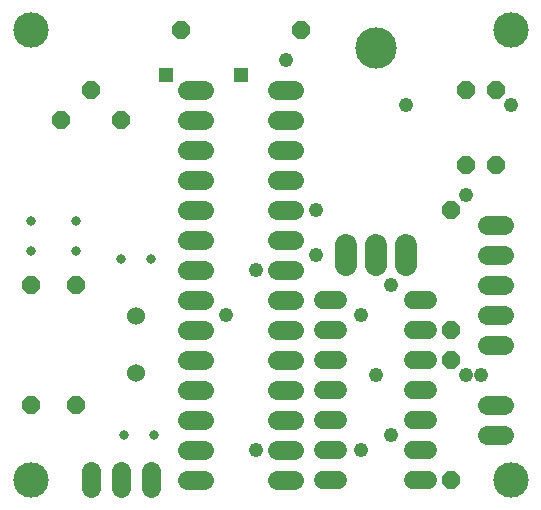
<source format=gts>
G75*
%MOIN*%
%OFA0B0*%
%FSLAX25Y25*%
%IPPOS*%
%LPD*%
%AMOC8*
5,1,8,0,0,1.08239X$1,22.5*
%
%ADD10C,0.11824*%
%ADD11C,0.06000*%
%ADD12C,0.06400*%
%ADD13OC8,0.06000*%
%ADD14C,0.07400*%
%ADD15C,0.13800*%
%ADD16C,0.06000*%
%ADD17C,0.03162*%
%ADD18C,0.04762*%
%ADD19R,0.04762X0.04762*%
D10*
X0011800Y0013500D03*
X0171800Y0013500D03*
X0171800Y0163500D03*
X0011800Y0163500D03*
D11*
X0109200Y0073500D02*
X0114400Y0073500D01*
X0114400Y0063500D02*
X0109200Y0063500D01*
X0109200Y0053500D02*
X0114400Y0053500D01*
X0114400Y0043500D02*
X0109200Y0043500D01*
X0109200Y0033500D02*
X0114400Y0033500D01*
X0114400Y0023500D02*
X0109200Y0023500D01*
X0109200Y0013500D02*
X0114400Y0013500D01*
X0139200Y0013500D02*
X0144400Y0013500D01*
X0144400Y0023500D02*
X0139200Y0023500D01*
X0139200Y0033500D02*
X0144400Y0033500D01*
X0144400Y0043500D02*
X0139200Y0043500D01*
X0139200Y0053500D02*
X0144400Y0053500D01*
X0144400Y0063500D02*
X0139200Y0063500D01*
X0139200Y0073500D02*
X0144400Y0073500D01*
D12*
X0164000Y0068500D02*
X0169600Y0068500D01*
X0169600Y0058500D02*
X0164000Y0058500D01*
X0164000Y0078500D02*
X0169600Y0078500D01*
X0169600Y0088500D02*
X0164000Y0088500D01*
X0164000Y0098500D02*
X0169600Y0098500D01*
X0169600Y0038500D02*
X0164000Y0038500D01*
X0164000Y0028500D02*
X0169600Y0028500D01*
X0099600Y0023500D02*
X0094000Y0023500D01*
X0094000Y0033500D02*
X0099600Y0033500D01*
X0099600Y0043500D02*
X0094000Y0043500D01*
X0094000Y0053500D02*
X0099600Y0053500D01*
X0099600Y0063500D02*
X0094000Y0063500D01*
X0094000Y0073500D02*
X0099600Y0073500D01*
X0099600Y0083500D02*
X0094000Y0083500D01*
X0094000Y0093500D02*
X0099600Y0093500D01*
X0099600Y0103500D02*
X0094000Y0103500D01*
X0094000Y0113500D02*
X0099600Y0113500D01*
X0099600Y0123500D02*
X0094000Y0123500D01*
X0094000Y0133500D02*
X0099600Y0133500D01*
X0099600Y0143500D02*
X0094000Y0143500D01*
X0069600Y0143500D02*
X0064000Y0143500D01*
X0064000Y0133500D02*
X0069600Y0133500D01*
X0069600Y0123500D02*
X0064000Y0123500D01*
X0064000Y0113500D02*
X0069600Y0113500D01*
X0069600Y0103500D02*
X0064000Y0103500D01*
X0064000Y0093500D02*
X0069600Y0093500D01*
X0069600Y0083500D02*
X0064000Y0083500D01*
X0064000Y0073500D02*
X0069600Y0073500D01*
X0069600Y0063500D02*
X0064000Y0063500D01*
X0064000Y0053500D02*
X0069600Y0053500D01*
X0069600Y0043500D02*
X0064000Y0043500D01*
X0064000Y0033500D02*
X0069600Y0033500D01*
X0069600Y0023500D02*
X0064000Y0023500D01*
X0064000Y0013500D02*
X0069600Y0013500D01*
X0051800Y0010700D02*
X0051800Y0016300D01*
X0041800Y0016300D02*
X0041800Y0010700D01*
X0031800Y0010700D02*
X0031800Y0016300D01*
X0094000Y0013500D02*
X0099600Y0013500D01*
D13*
X0151800Y0013500D03*
X0151800Y0053500D03*
X0151800Y0063500D03*
X0151800Y0103500D03*
X0156800Y0118500D03*
X0166800Y0118500D03*
X0166800Y0143500D03*
X0156800Y0143500D03*
X0101800Y0163500D03*
X0061800Y0163500D03*
X0031800Y0143500D03*
X0021800Y0133500D03*
X0041800Y0133500D03*
X0026800Y0078500D03*
X0011800Y0078500D03*
X0011800Y0038500D03*
X0026800Y0038500D03*
D14*
X0116800Y0085200D02*
X0116800Y0091800D01*
X0126800Y0091800D02*
X0126800Y0085200D01*
X0136800Y0085200D02*
X0136800Y0091800D01*
D15*
X0126800Y0157500D03*
D16*
X0046800Y0068000D03*
X0046800Y0049000D03*
D17*
X0043050Y0028500D03*
X0053050Y0028500D03*
X0051800Y0087250D03*
X0041800Y0087250D03*
X0026800Y0089750D03*
X0026800Y0099750D03*
X0011800Y0099750D03*
X0011800Y0089750D03*
D18*
X0076800Y0068500D03*
X0086800Y0083500D03*
X0106800Y0088500D03*
X0106800Y0103500D03*
X0131800Y0078500D03*
X0121800Y0068500D03*
X0126800Y0048500D03*
X0131800Y0028500D03*
X0121800Y0023500D03*
X0086800Y0023500D03*
X0156800Y0048500D03*
X0161800Y0048500D03*
X0156800Y0108500D03*
X0171800Y0138500D03*
X0136800Y0138500D03*
X0096800Y0153500D03*
D19*
X0081800Y0148500D03*
X0056800Y0148500D03*
M02*

</source>
